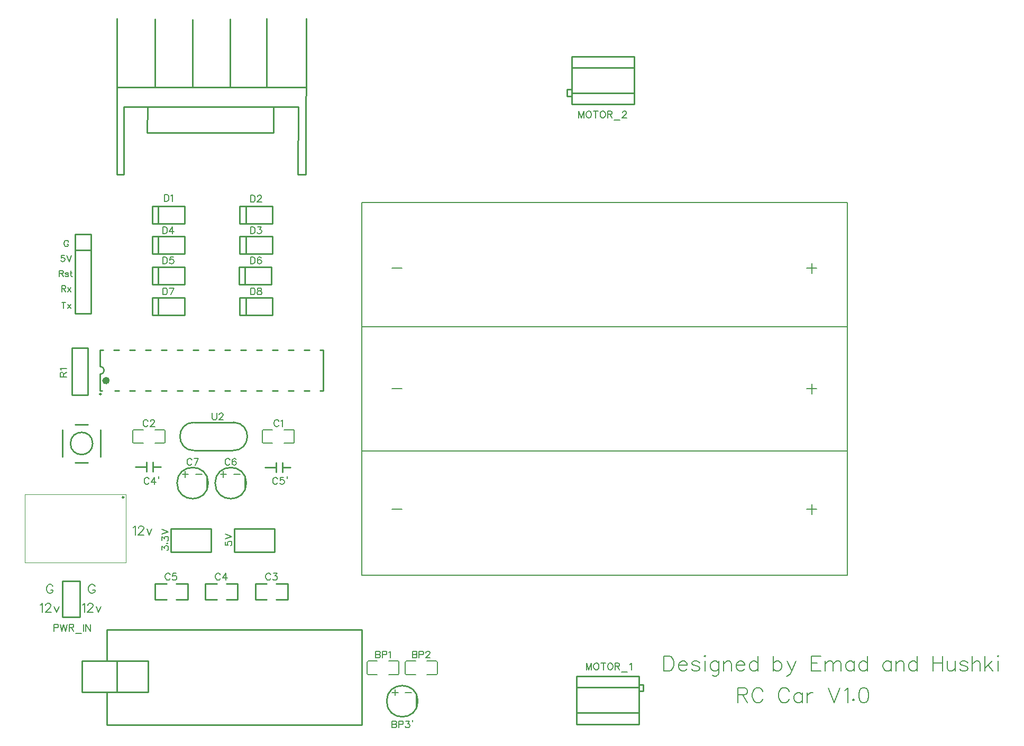
<source format=gto>
G04 Layer: TopSilkscreenLayer*
G04 EasyEDA v6.5.23, 2023-06-02 23:10:04*
G04 4089ee163aa04224b388df8e3d9972f5,38d8b063065d407b859bfb9f5f9b4720,10*
G04 Gerber Generator version 0.2*
G04 Scale: 100 percent, Rotated: No, Reflected: No *
G04 Dimensions in millimeters *
G04 leading zeros omitted , absolute positions ,4 integer and 5 decimal *
%FSLAX45Y45*%
%MOMM*%

%ADD10C,0.1524*%
%ADD11C,0.2032*%
%ADD12C,0.1500*%
%ADD13C,0.1270*%
%ADD14C,0.2540*%
%ADD15C,0.1000*%
%ADD16C,0.6000*%
%ADD17C,0.2500*%
%ADD18C,0.0193*%

%LPD*%
D10*
X-3130562Y-6223769D02*
G01*
X-3130562Y-6319273D01*
X-3162312Y-6223769D02*
G01*
X-3098558Y-6223769D01*
X-3068586Y-6255519D02*
G01*
X-3018802Y-6319273D01*
X-3018802Y-6255519D02*
G01*
X-3068586Y-6319273D01*
X-3162312Y-5957069D02*
G01*
X-3162312Y-6052573D01*
X-3162312Y-5957069D02*
G01*
X-3121418Y-5957069D01*
X-3107702Y-5961641D01*
X-3103130Y-5966213D01*
X-3098558Y-5975103D01*
X-3098558Y-5984247D01*
X-3103130Y-5993391D01*
X-3107702Y-5997963D01*
X-3121418Y-6002535D01*
X-3162312Y-6002535D01*
X-3130562Y-6002535D02*
G01*
X-3098558Y-6052573D01*
X-3068586Y-5988819D02*
G01*
X-3018802Y-6052573D01*
X-3018802Y-5988819D02*
G01*
X-3068586Y-6052573D01*
X-3200412Y-5715769D02*
G01*
X-3200412Y-5811273D01*
X-3200412Y-5715769D02*
G01*
X-3159518Y-5715769D01*
X-3145802Y-5720341D01*
X-3141230Y-5724913D01*
X-3136658Y-5733803D01*
X-3136658Y-5742947D01*
X-3141230Y-5752091D01*
X-3145802Y-5756663D01*
X-3159518Y-5761235D01*
X-3200412Y-5761235D01*
X-3168662Y-5761235D02*
G01*
X-3136658Y-5811273D01*
X-3056902Y-5761235D02*
G01*
X-3061220Y-5752091D01*
X-3074936Y-5747519D01*
X-3088652Y-5747519D01*
X-3102114Y-5752091D01*
X-3106686Y-5761235D01*
X-3102114Y-5770125D01*
X-3093224Y-5774697D01*
X-3070364Y-5779269D01*
X-3061220Y-5783841D01*
X-3056902Y-5792985D01*
X-3056902Y-5797557D01*
X-3061220Y-5806701D01*
X-3074936Y-5811273D01*
X-3088652Y-5811273D01*
X-3102114Y-5806701D01*
X-3106686Y-5797557D01*
X-3013214Y-5715769D02*
G01*
X-3013214Y-5792985D01*
X-3008642Y-5806701D01*
X-2999498Y-5811273D01*
X-2990354Y-5811273D01*
X-3026676Y-5747519D02*
G01*
X-2994926Y-5747519D01*
X-3120402Y-5474469D02*
G01*
X-3165868Y-5474469D01*
X-3170440Y-5515363D01*
X-3165868Y-5510791D01*
X-3152406Y-5506219D01*
X-3138690Y-5506219D01*
X-3124974Y-5510791D01*
X-3115830Y-5519935D01*
X-3111258Y-5533397D01*
X-3111258Y-5542541D01*
X-3115830Y-5556257D01*
X-3124974Y-5565401D01*
X-3138690Y-5569973D01*
X-3152406Y-5569973D01*
X-3165868Y-5565401D01*
X-3170440Y-5560829D01*
X-3175012Y-5551685D01*
X-3081286Y-5474469D02*
G01*
X-3044964Y-5569973D01*
X-3008642Y-5474469D02*
G01*
X-3044964Y-5569973D01*
X-3056140Y-5255775D02*
G01*
X-3060458Y-5246631D01*
X-3069602Y-5237741D01*
X-3078746Y-5233169D01*
X-3097034Y-5233169D01*
X-3105924Y-5237741D01*
X-3115068Y-5246631D01*
X-3119640Y-5255775D01*
X-3124212Y-5269491D01*
X-3124212Y-5292097D01*
X-3119640Y-5305813D01*
X-3115068Y-5314957D01*
X-3105924Y-5324101D01*
X-3097034Y-5328673D01*
X-3078746Y-5328673D01*
X-3069602Y-5324101D01*
X-3060458Y-5314957D01*
X-3056140Y-5305813D01*
X-3056140Y-5292097D01*
X-3078746Y-5292097D02*
G01*
X-3056140Y-5292097D01*
X-2630286Y-10773031D02*
G01*
X-2637144Y-10759315D01*
X-2650860Y-10745599D01*
X-2664576Y-10738995D01*
X-2691754Y-10738995D01*
X-2705470Y-10745599D01*
X-2718932Y-10759315D01*
X-2725790Y-10773031D01*
X-2732648Y-10793351D01*
X-2732648Y-10827641D01*
X-2725790Y-10847961D01*
X-2718932Y-10861677D01*
X-2705470Y-10875139D01*
X-2691754Y-10881997D01*
X-2664576Y-10881997D01*
X-2650860Y-10875139D01*
X-2637144Y-10861677D01*
X-2630286Y-10847961D01*
X-2630286Y-10827641D01*
X-2664576Y-10827641D02*
G01*
X-2630286Y-10827641D01*
X-2832089Y-11070973D02*
G01*
X-2818373Y-11064115D01*
X-2798053Y-11043795D01*
X-2798053Y-11186797D01*
X-2746237Y-11077831D02*
G01*
X-2746237Y-11070973D01*
X-2739379Y-11057257D01*
X-2732521Y-11050399D01*
X-2718805Y-11043795D01*
X-2691627Y-11043795D01*
X-2677911Y-11050399D01*
X-2671307Y-11057257D01*
X-2664449Y-11070973D01*
X-2664449Y-11084689D01*
X-2671307Y-11098151D01*
X-2684769Y-11118725D01*
X-2753095Y-11186797D01*
X-2657591Y-11186797D01*
X-2612633Y-11091293D02*
G01*
X-2571739Y-11186797D01*
X-2530845Y-11091293D02*
G01*
X-2571739Y-11186797D01*
X-2019289Y-9832723D02*
G01*
X-2005573Y-9825865D01*
X-1985253Y-9805545D01*
X-1985253Y-9948547D01*
X-1933437Y-9839581D02*
G01*
X-1933437Y-9832723D01*
X-1926579Y-9819007D01*
X-1919721Y-9812149D01*
X-1906005Y-9805545D01*
X-1878827Y-9805545D01*
X-1865111Y-9812149D01*
X-1858507Y-9819007D01*
X-1851649Y-9832723D01*
X-1851649Y-9846439D01*
X-1858507Y-9859901D01*
X-1871969Y-9880475D01*
X-1940295Y-9948547D01*
X-1844791Y-9948547D01*
X-1799833Y-9853043D02*
G01*
X-1758939Y-9948547D01*
X-1718045Y-9853043D02*
G01*
X-1758939Y-9948547D01*
D11*
X7658100Y-12396851D02*
G01*
X7658100Y-12635611D01*
X7658100Y-12396851D02*
G01*
X7760462Y-12396851D01*
X7794497Y-12408280D01*
X7805928Y-12419711D01*
X7817104Y-12442317D01*
X7817104Y-12465177D01*
X7805928Y-12487783D01*
X7794497Y-12499213D01*
X7760462Y-12510643D01*
X7658100Y-12510643D01*
X7737602Y-12510643D02*
G01*
X7817104Y-12635611D01*
X8062722Y-12453747D02*
G01*
X8051292Y-12431140D01*
X8028431Y-12408280D01*
X8005826Y-12396851D01*
X7960360Y-12396851D01*
X7937754Y-12408280D01*
X7914894Y-12431140D01*
X7903463Y-12453747D01*
X7892288Y-12487783D01*
X7892288Y-12544679D01*
X7903463Y-12578714D01*
X7914894Y-12601575D01*
X7937754Y-12624180D01*
X7960360Y-12635611D01*
X8005826Y-12635611D01*
X8028431Y-12624180D01*
X8051292Y-12601575D01*
X8062722Y-12578714D01*
X8483092Y-12453747D02*
G01*
X8471662Y-12431140D01*
X8449056Y-12408280D01*
X8426195Y-12396851D01*
X8380729Y-12396851D01*
X8358124Y-12408280D01*
X8335263Y-12431140D01*
X8324088Y-12453747D01*
X8312658Y-12487783D01*
X8312658Y-12544679D01*
X8324088Y-12578714D01*
X8335263Y-12601575D01*
X8358124Y-12624180D01*
X8380729Y-12635611D01*
X8426195Y-12635611D01*
X8449056Y-12624180D01*
X8471662Y-12601575D01*
X8483092Y-12578714D01*
X8694420Y-12476353D02*
G01*
X8694420Y-12635611D01*
X8694420Y-12510643D02*
G01*
X8671813Y-12487783D01*
X8648954Y-12476353D01*
X8614918Y-12476353D01*
X8592058Y-12487783D01*
X8569452Y-12510643D01*
X8558022Y-12544679D01*
X8558022Y-12567285D01*
X8569452Y-12601575D01*
X8592058Y-12624180D01*
X8614918Y-12635611D01*
X8648954Y-12635611D01*
X8671813Y-12624180D01*
X8694420Y-12601575D01*
X8769350Y-12476353D02*
G01*
X8769350Y-12635611D01*
X8769350Y-12544679D02*
G01*
X8780779Y-12510643D01*
X8803640Y-12487783D01*
X8826245Y-12476353D01*
X8860281Y-12476353D01*
X9110472Y-12396851D02*
G01*
X9201150Y-12635611D01*
X9292081Y-12396851D02*
G01*
X9201150Y-12635611D01*
X9367265Y-12442317D02*
G01*
X9389872Y-12431140D01*
X9423908Y-12396851D01*
X9423908Y-12635611D01*
X9510268Y-12578714D02*
G01*
X9499092Y-12590145D01*
X9510268Y-12601575D01*
X9521697Y-12590145D01*
X9510268Y-12578714D01*
X9664954Y-12396851D02*
G01*
X9630918Y-12408280D01*
X9608058Y-12442317D01*
X9596628Y-12499213D01*
X9596628Y-12533249D01*
X9608058Y-12590145D01*
X9630918Y-12624180D01*
X9664954Y-12635611D01*
X9687560Y-12635611D01*
X9721850Y-12624180D01*
X9744456Y-12590145D01*
X9755886Y-12533249D01*
X9755886Y-12499213D01*
X9744456Y-12442317D01*
X9721850Y-12408280D01*
X9687560Y-12396851D01*
X9664954Y-12396851D01*
X6477000Y-11888851D02*
G01*
X6477000Y-12127611D01*
X6477000Y-11888851D02*
G01*
X6556502Y-11888851D01*
X6590538Y-11900280D01*
X6613397Y-11923140D01*
X6624828Y-11945747D01*
X6636004Y-11979783D01*
X6636004Y-12036679D01*
X6624828Y-12070714D01*
X6613397Y-12093575D01*
X6590538Y-12116180D01*
X6556502Y-12127611D01*
X6477000Y-12127611D01*
X6711188Y-12036679D02*
G01*
X6847331Y-12036679D01*
X6847331Y-12013819D01*
X6836156Y-11991213D01*
X6824726Y-11979783D01*
X6801865Y-11968353D01*
X6767829Y-11968353D01*
X6745224Y-11979783D01*
X6722363Y-12002643D01*
X6711188Y-12036679D01*
X6711188Y-12059285D01*
X6722363Y-12093575D01*
X6745224Y-12116180D01*
X6767829Y-12127611D01*
X6801865Y-12127611D01*
X6824726Y-12116180D01*
X6847331Y-12093575D01*
X7047484Y-12002643D02*
G01*
X7036054Y-11979783D01*
X7002018Y-11968353D01*
X6967981Y-11968353D01*
X6933692Y-11979783D01*
X6922515Y-12002643D01*
X6933692Y-12025249D01*
X6956552Y-12036679D01*
X7013447Y-12048109D01*
X7036054Y-12059285D01*
X7047484Y-12082145D01*
X7047484Y-12093575D01*
X7036054Y-12116180D01*
X7002018Y-12127611D01*
X6967981Y-12127611D01*
X6933692Y-12116180D01*
X6922515Y-12093575D01*
X7122413Y-11888851D02*
G01*
X7133844Y-11900280D01*
X7145274Y-11888851D01*
X7133844Y-11877675D01*
X7122413Y-11888851D01*
X7133844Y-11968353D02*
G01*
X7133844Y-12127611D01*
X7356602Y-11968353D02*
G01*
X7356602Y-12150217D01*
X7345172Y-12184253D01*
X7333742Y-12195683D01*
X7311136Y-12207113D01*
X7277100Y-12207113D01*
X7254240Y-12195683D01*
X7356602Y-12002643D02*
G01*
X7333742Y-11979783D01*
X7311136Y-11968353D01*
X7277100Y-11968353D01*
X7254240Y-11979783D01*
X7231634Y-12002643D01*
X7220204Y-12036679D01*
X7220204Y-12059285D01*
X7231634Y-12093575D01*
X7254240Y-12116180D01*
X7277100Y-12127611D01*
X7311136Y-12127611D01*
X7333742Y-12116180D01*
X7356602Y-12093575D01*
X7431531Y-11968353D02*
G01*
X7431531Y-12127611D01*
X7431531Y-12013819D02*
G01*
X7465568Y-11979783D01*
X7488428Y-11968353D01*
X7522463Y-11968353D01*
X7545070Y-11979783D01*
X7556500Y-12013819D01*
X7556500Y-12127611D01*
X7631429Y-12036679D02*
G01*
X7767828Y-12036679D01*
X7767828Y-12013819D01*
X7756652Y-11991213D01*
X7745222Y-11979783D01*
X7722362Y-11968353D01*
X7688326Y-11968353D01*
X7665720Y-11979783D01*
X7642860Y-12002643D01*
X7631429Y-12036679D01*
X7631429Y-12059285D01*
X7642860Y-12093575D01*
X7665720Y-12116180D01*
X7688326Y-12127611D01*
X7722362Y-12127611D01*
X7745222Y-12116180D01*
X7767828Y-12093575D01*
X7979156Y-11888851D02*
G01*
X7979156Y-12127611D01*
X7979156Y-12002643D02*
G01*
X7956550Y-11979783D01*
X7933690Y-11968353D01*
X7899654Y-11968353D01*
X7877047Y-11979783D01*
X7854188Y-12002643D01*
X7843012Y-12036679D01*
X7843012Y-12059285D01*
X7854188Y-12093575D01*
X7877047Y-12116180D01*
X7899654Y-12127611D01*
X7933690Y-12127611D01*
X7956550Y-12116180D01*
X7979156Y-12093575D01*
X8229345Y-11888851D02*
G01*
X8229345Y-12127611D01*
X8229345Y-12002643D02*
G01*
X8251952Y-11979783D01*
X8274812Y-11968353D01*
X8308847Y-11968353D01*
X8331454Y-11979783D01*
X8354313Y-12002643D01*
X8365744Y-12036679D01*
X8365744Y-12059285D01*
X8354313Y-12093575D01*
X8331454Y-12116180D01*
X8308847Y-12127611D01*
X8274812Y-12127611D01*
X8251952Y-12116180D01*
X8229345Y-12093575D01*
X8452104Y-11968353D02*
G01*
X8520176Y-12127611D01*
X8588247Y-11968353D02*
G01*
X8520176Y-12127611D01*
X8497570Y-12173077D01*
X8474710Y-12195683D01*
X8452104Y-12207113D01*
X8440674Y-12207113D01*
X8838438Y-11888851D02*
G01*
X8838438Y-12127611D01*
X8838438Y-11888851D02*
G01*
X8986012Y-11888851D01*
X8838438Y-12002643D02*
G01*
X8929370Y-12002643D01*
X8838438Y-12127611D02*
G01*
X8986012Y-12127611D01*
X9061195Y-11968353D02*
G01*
X9061195Y-12127611D01*
X9061195Y-12013819D02*
G01*
X9095231Y-11979783D01*
X9117838Y-11968353D01*
X9151874Y-11968353D01*
X9174734Y-11979783D01*
X9186163Y-12013819D01*
X9186163Y-12127611D01*
X9186163Y-12013819D02*
G01*
X9220200Y-11979783D01*
X9242806Y-11968353D01*
X9277095Y-11968353D01*
X9299702Y-11979783D01*
X9311131Y-12013819D01*
X9311131Y-12127611D01*
X9522460Y-11968353D02*
G01*
X9522460Y-12127611D01*
X9522460Y-12002643D02*
G01*
X9499600Y-11979783D01*
X9476994Y-11968353D01*
X9442958Y-11968353D01*
X9420097Y-11979783D01*
X9397492Y-12002643D01*
X9386062Y-12036679D01*
X9386062Y-12059285D01*
X9397492Y-12093575D01*
X9420097Y-12116180D01*
X9442958Y-12127611D01*
X9476994Y-12127611D01*
X9499600Y-12116180D01*
X9522460Y-12093575D01*
X9733788Y-11888851D02*
G01*
X9733788Y-12127611D01*
X9733788Y-12002643D02*
G01*
X9711181Y-11979783D01*
X9688322Y-11968353D01*
X9654286Y-11968353D01*
X9631426Y-11979783D01*
X9608820Y-12002643D01*
X9597390Y-12036679D01*
X9597390Y-12059285D01*
X9608820Y-12093575D01*
X9631426Y-12116180D01*
X9654286Y-12127611D01*
X9688322Y-12127611D01*
X9711181Y-12116180D01*
X9733788Y-12093575D01*
X10120122Y-11968353D02*
G01*
X10120122Y-12127611D01*
X10120122Y-12002643D02*
G01*
X10097515Y-11979783D01*
X10074656Y-11968353D01*
X10040620Y-11968353D01*
X10018013Y-11979783D01*
X9995154Y-12002643D01*
X9983724Y-12036679D01*
X9983724Y-12059285D01*
X9995154Y-12093575D01*
X10018013Y-12116180D01*
X10040620Y-12127611D01*
X10074656Y-12127611D01*
X10097515Y-12116180D01*
X10120122Y-12093575D01*
X10195052Y-11968353D02*
G01*
X10195052Y-12127611D01*
X10195052Y-12013819D02*
G01*
X10229342Y-11979783D01*
X10251947Y-11968353D01*
X10285984Y-11968353D01*
X10308844Y-11979783D01*
X10320274Y-12013819D01*
X10320274Y-12127611D01*
X10531602Y-11888851D02*
G01*
X10531602Y-12127611D01*
X10531602Y-12002643D02*
G01*
X10508742Y-11979783D01*
X10486136Y-11968353D01*
X10452100Y-11968353D01*
X10429240Y-11979783D01*
X10406634Y-12002643D01*
X10395204Y-12036679D01*
X10395204Y-12059285D01*
X10406634Y-12093575D01*
X10429240Y-12116180D01*
X10452100Y-12127611D01*
X10486136Y-12127611D01*
X10508742Y-12116180D01*
X10531602Y-12093575D01*
X10781538Y-11888851D02*
G01*
X10781538Y-12127611D01*
X10940542Y-11888851D02*
G01*
X10940542Y-12127611D01*
X10781538Y-12002643D02*
G01*
X10940542Y-12002643D01*
X11015726Y-11968353D02*
G01*
X11015726Y-12082145D01*
X11026902Y-12116180D01*
X11049762Y-12127611D01*
X11083797Y-12127611D01*
X11106658Y-12116180D01*
X11140694Y-12082145D01*
X11140694Y-11968353D02*
G01*
X11140694Y-12127611D01*
X11340592Y-12002643D02*
G01*
X11329162Y-11979783D01*
X11295126Y-11968353D01*
X11261090Y-11968353D01*
X11227054Y-11979783D01*
X11215624Y-12002643D01*
X11227054Y-12025249D01*
X11249660Y-12036679D01*
X11306556Y-12048109D01*
X11329162Y-12059285D01*
X11340592Y-12082145D01*
X11340592Y-12093575D01*
X11329162Y-12116180D01*
X11295126Y-12127611D01*
X11261090Y-12127611D01*
X11227054Y-12116180D01*
X11215624Y-12093575D01*
X11415522Y-11888851D02*
G01*
X11415522Y-12127611D01*
X11415522Y-12013819D02*
G01*
X11449812Y-11979783D01*
X11472418Y-11968353D01*
X11506454Y-11968353D01*
X11529313Y-11979783D01*
X11540744Y-12013819D01*
X11540744Y-12127611D01*
X11615674Y-11888851D02*
G01*
X11615674Y-12127611D01*
X11729212Y-11968353D02*
G01*
X11615674Y-12082145D01*
X11661140Y-12036679D02*
G01*
X11740642Y-12127611D01*
X11815572Y-11888851D02*
G01*
X11827002Y-11900280D01*
X11838431Y-11888851D01*
X11827002Y-11877675D01*
X11815572Y-11888851D01*
X11827002Y-11968353D02*
G01*
X11827002Y-12127611D01*
D10*
X-3505189Y-11070973D02*
G01*
X-3491473Y-11064115D01*
X-3471153Y-11043795D01*
X-3471153Y-11186797D01*
X-3419337Y-11077831D02*
G01*
X-3419337Y-11070973D01*
X-3412479Y-11057257D01*
X-3405621Y-11050399D01*
X-3391905Y-11043795D01*
X-3364727Y-11043795D01*
X-3351011Y-11050399D01*
X-3344407Y-11057257D01*
X-3337549Y-11070973D01*
X-3337549Y-11084689D01*
X-3344407Y-11098151D01*
X-3357869Y-11118725D01*
X-3426195Y-11186797D01*
X-3330691Y-11186797D01*
X-3285733Y-11091293D02*
G01*
X-3244839Y-11186797D01*
X-3203945Y-11091293D02*
G01*
X-3244839Y-11186797D01*
X-3303386Y-10773031D02*
G01*
X-3310244Y-10759315D01*
X-3323960Y-10745599D01*
X-3337676Y-10738995D01*
X-3364854Y-10738995D01*
X-3378570Y-10745599D01*
X-3392032Y-10759315D01*
X-3398890Y-10773031D01*
X-3405748Y-10793351D01*
X-3405748Y-10827641D01*
X-3398890Y-10847961D01*
X-3392032Y-10861677D01*
X-3378570Y-10875139D01*
X-3364854Y-10881997D01*
X-3337676Y-10881997D01*
X-3323960Y-10875139D01*
X-3310244Y-10861677D01*
X-3303386Y-10847961D01*
X-3303386Y-10827641D01*
X-3337676Y-10827641D02*
G01*
X-3303386Y-10827641D01*
D12*
X8842756Y-9619081D02*
G01*
X8842756Y-9455505D01*
X8924544Y-9537293D02*
G01*
X8760968Y-9537293D01*
X8842756Y-7689088D02*
G01*
X8842756Y-7525512D01*
X8924544Y-7607300D02*
G01*
X8760968Y-7607300D01*
X8842756Y-5759094D02*
G01*
X8842756Y-5595518D01*
X8924544Y-5677306D02*
G01*
X8760968Y-5677306D01*
X2124557Y-9537344D02*
G01*
X2288133Y-9537344D01*
X2124557Y-7607350D02*
G01*
X2288133Y-7607350D01*
X2124557Y-5677357D02*
G01*
X2288133Y-5677357D01*
D10*
X-469137Y-8750046D02*
G01*
X-474217Y-8739631D01*
X-484631Y-8729218D01*
X-495045Y-8723884D01*
X-515873Y-8723884D01*
X-526287Y-8729218D01*
X-536701Y-8739631D01*
X-541781Y-8750046D01*
X-547115Y-8765539D01*
X-547115Y-8791447D01*
X-541781Y-8807196D01*
X-536701Y-8817610D01*
X-526287Y-8828024D01*
X-515873Y-8833104D01*
X-495045Y-8833104D01*
X-484631Y-8828024D01*
X-474217Y-8817610D01*
X-469137Y-8807196D01*
X-372363Y-8739631D02*
G01*
X-377697Y-8729218D01*
X-393191Y-8723884D01*
X-403605Y-8723884D01*
X-419353Y-8729218D01*
X-429513Y-8744712D01*
X-434847Y-8770874D01*
X-434847Y-8796781D01*
X-429513Y-8817610D01*
X-419353Y-8828024D01*
X-403605Y-8833104D01*
X-398525Y-8833104D01*
X-382777Y-8828024D01*
X-372363Y-8817610D01*
X-367283Y-8801862D01*
X-367283Y-8796781D01*
X-372363Y-8781034D01*
X-382777Y-8770874D01*
X-398525Y-8765539D01*
X-403605Y-8765539D01*
X-419353Y-8770874D01*
X-429513Y-8781034D01*
X-434847Y-8796781D01*
D11*
X-573277Y-8928097D02*
G01*
X-573277Y-9026141D01*
X-622300Y-8977119D02*
G01*
X-524001Y-8977119D01*
X-406400Y-8977122D02*
G01*
X-308101Y-8977122D01*
D10*
X-1078737Y-8750046D02*
G01*
X-1084071Y-8739631D01*
X-1094485Y-8729218D01*
X-1104900Y-8723884D01*
X-1125473Y-8723884D01*
X-1135887Y-8729218D01*
X-1146301Y-8739631D01*
X-1151635Y-8750046D01*
X-1156715Y-8765539D01*
X-1156715Y-8791447D01*
X-1151635Y-8807196D01*
X-1146301Y-8817610D01*
X-1135887Y-8828024D01*
X-1125473Y-8833104D01*
X-1104900Y-8833104D01*
X-1094485Y-8828024D01*
X-1084071Y-8817610D01*
X-1078737Y-8807196D01*
X-971803Y-8723884D02*
G01*
X-1023619Y-8833104D01*
X-1044447Y-8723884D02*
G01*
X-971803Y-8723884D01*
D11*
X-1182877Y-8928097D02*
G01*
X-1182877Y-9026141D01*
X-1231900Y-8977119D02*
G01*
X-1133601Y-8977119D01*
X-1016000Y-8977122D02*
G01*
X-917701Y-8977122D01*
D10*
X-3289289Y-11378059D02*
G01*
X-3289289Y-11487279D01*
X-3289289Y-11378059D02*
G01*
X-3242553Y-11378059D01*
X-3227059Y-11383393D01*
X-3221725Y-11388473D01*
X-3216645Y-11398887D01*
X-3216645Y-11414635D01*
X-3221725Y-11424795D01*
X-3227059Y-11430129D01*
X-3242553Y-11435209D01*
X-3289289Y-11435209D01*
X-3182355Y-11378059D02*
G01*
X-3156193Y-11487279D01*
X-3130285Y-11378059D02*
G01*
X-3156193Y-11487279D01*
X-3130285Y-11378059D02*
G01*
X-3104377Y-11487279D01*
X-3078469Y-11378059D02*
G01*
X-3104377Y-11487279D01*
X-3044179Y-11378059D02*
G01*
X-3044179Y-11487279D01*
X-3044179Y-11378059D02*
G01*
X-2997189Y-11378059D01*
X-2981695Y-11383393D01*
X-2976615Y-11388473D01*
X-2971281Y-11398887D01*
X-2971281Y-11409301D01*
X-2976615Y-11419715D01*
X-2981695Y-11424795D01*
X-2997189Y-11430129D01*
X-3044179Y-11430129D01*
X-3007603Y-11430129D02*
G01*
X-2971281Y-11487279D01*
X-2936991Y-11523601D02*
G01*
X-2843519Y-11523601D01*
X-2809229Y-11378059D02*
G01*
X-2809229Y-11487279D01*
X-2774939Y-11378059D02*
G01*
X-2774939Y-11487279D01*
X-2774939Y-11378059D02*
G01*
X-2702295Y-11487279D01*
X-2702295Y-11378059D02*
G01*
X-2702295Y-11487279D01*
X2449921Y-11809981D02*
G01*
X2449921Y-11918947D01*
X2449921Y-11809981D02*
G01*
X2496657Y-11809981D01*
X2512151Y-11815061D01*
X2517485Y-11820395D01*
X2522565Y-11830809D01*
X2522565Y-11841223D01*
X2517485Y-11851637D01*
X2512151Y-11856717D01*
X2496657Y-11861797D01*
X2449921Y-11861797D02*
G01*
X2496657Y-11861797D01*
X2512151Y-11867131D01*
X2517485Y-11872211D01*
X2522565Y-11882625D01*
X2522565Y-11898373D01*
X2517485Y-11908787D01*
X2512151Y-11913867D01*
X2496657Y-11918947D01*
X2449921Y-11918947D01*
X2556855Y-11809981D02*
G01*
X2556855Y-11918947D01*
X2556855Y-11809981D02*
G01*
X2603591Y-11809981D01*
X2619339Y-11815061D01*
X2624419Y-11820395D01*
X2629753Y-11830809D01*
X2629753Y-11846303D01*
X2624419Y-11856717D01*
X2619339Y-11861797D01*
X2603591Y-11867131D01*
X2556855Y-11867131D01*
X2669123Y-11835889D02*
G01*
X2669123Y-11830809D01*
X2674457Y-11820395D01*
X2679537Y-11815061D01*
X2689951Y-11809981D01*
X2710779Y-11809981D01*
X2721193Y-11815061D01*
X2726273Y-11820395D01*
X2731607Y-11830809D01*
X2731607Y-11841223D01*
X2726273Y-11851637D01*
X2715859Y-11867131D01*
X2664043Y-11918947D01*
X2736687Y-11918947D01*
X2122792Y-12927581D02*
G01*
X2122792Y-13036547D01*
X2122792Y-12927581D02*
G01*
X2169528Y-12927581D01*
X2185022Y-12932661D01*
X2190356Y-12937995D01*
X2195436Y-12948409D01*
X2195436Y-12958823D01*
X2190356Y-12969237D01*
X2185022Y-12974317D01*
X2169528Y-12979397D01*
X2122792Y-12979397D02*
G01*
X2169528Y-12979397D01*
X2185022Y-12984731D01*
X2190356Y-12989811D01*
X2195436Y-13000225D01*
X2195436Y-13015973D01*
X2190356Y-13026387D01*
X2185022Y-13031467D01*
X2169528Y-13036547D01*
X2122792Y-13036547D01*
X2229726Y-12927581D02*
G01*
X2229726Y-13036547D01*
X2229726Y-12927581D02*
G01*
X2276462Y-12927581D01*
X2292210Y-12932661D01*
X2297290Y-12937995D01*
X2302624Y-12948409D01*
X2302624Y-12963903D01*
X2297290Y-12974317D01*
X2292210Y-12979397D01*
X2276462Y-12984731D01*
X2229726Y-12984731D01*
X2347328Y-12927581D02*
G01*
X2404478Y-12927581D01*
X2373236Y-12969237D01*
X2388730Y-12969237D01*
X2399144Y-12974317D01*
X2404478Y-12979397D01*
X2409558Y-12995145D01*
X2409558Y-13005559D01*
X2404478Y-13021053D01*
X2394064Y-13031467D01*
X2378316Y-13036547D01*
X2362822Y-13036547D01*
X2347328Y-13031467D01*
X2341994Y-13026387D01*
X2336914Y-13015973D01*
X2454262Y-12912087D02*
G01*
X2454262Y-12943075D01*
D11*
X2172423Y-12420594D02*
G01*
X2172423Y-12518638D01*
X2123401Y-12469616D02*
G01*
X2221699Y-12469616D01*
X2339301Y-12469619D02*
G01*
X2437599Y-12469619D01*
D10*
X-1563115Y-10186029D02*
G01*
X-1563115Y-10128879D01*
X-1521459Y-10160121D01*
X-1521459Y-10144373D01*
X-1516379Y-10134213D01*
X-1511300Y-10128879D01*
X-1495551Y-10123799D01*
X-1485137Y-10123799D01*
X-1469643Y-10128879D01*
X-1459229Y-10139293D01*
X-1454150Y-10154787D01*
X-1454150Y-10170535D01*
X-1459229Y-10186029D01*
X-1464309Y-10191363D01*
X-1474723Y-10196443D01*
X-1480057Y-10084175D02*
G01*
X-1474723Y-10089509D01*
X-1469643Y-10084175D01*
X-1474723Y-10079095D01*
X-1480057Y-10084175D01*
X-1563115Y-10034391D02*
G01*
X-1563115Y-9977241D01*
X-1521459Y-10008483D01*
X-1521459Y-9992735D01*
X-1516379Y-9982321D01*
X-1511300Y-9977241D01*
X-1495551Y-9971907D01*
X-1485137Y-9971907D01*
X-1469643Y-9977241D01*
X-1459229Y-9987655D01*
X-1454150Y-10003149D01*
X-1454150Y-10018643D01*
X-1459229Y-10034391D01*
X-1464309Y-10039471D01*
X-1474723Y-10044805D01*
X-1563115Y-9937617D02*
G01*
X-1454150Y-9896215D01*
X-1563115Y-9854559D02*
G01*
X-1454150Y-9896215D01*
X-547115Y-10058397D02*
G01*
X-547115Y-10110213D01*
X-500379Y-10115547D01*
X-505459Y-10110213D01*
X-510793Y-10094719D01*
X-510793Y-10078971D01*
X-505459Y-10063477D01*
X-495300Y-10053063D01*
X-479551Y-10047983D01*
X-469137Y-10047983D01*
X-453643Y-10053063D01*
X-443229Y-10063477D01*
X-438150Y-10078971D01*
X-438150Y-10094719D01*
X-443229Y-10110213D01*
X-448309Y-10115547D01*
X-458723Y-10120627D01*
X-547115Y-10013693D02*
G01*
X-438150Y-9972037D01*
X-547115Y-9930381D02*
G01*
X-438150Y-9972037D01*
X1861187Y-11809984D02*
G01*
X1861187Y-11918950D01*
X1861187Y-11809984D02*
G01*
X1907923Y-11809984D01*
X1923417Y-11815063D01*
X1928751Y-11820397D01*
X1933831Y-11830812D01*
X1933831Y-11841226D01*
X1928751Y-11851639D01*
X1923417Y-11856720D01*
X1907923Y-11861800D01*
X1861187Y-11861800D02*
G01*
X1907923Y-11861800D01*
X1923417Y-11867134D01*
X1928751Y-11872213D01*
X1933831Y-11882628D01*
X1933831Y-11898376D01*
X1928751Y-11908789D01*
X1923417Y-11913870D01*
X1907923Y-11918950D01*
X1861187Y-11918950D01*
X1968121Y-11809984D02*
G01*
X1968121Y-11918950D01*
X1968121Y-11809984D02*
G01*
X2014857Y-11809984D01*
X2030605Y-11815063D01*
X2035685Y-11820397D01*
X2041019Y-11830812D01*
X2041019Y-11846305D01*
X2035685Y-11856720D01*
X2030605Y-11861800D01*
X2014857Y-11867134D01*
X1968121Y-11867134D01*
X2075309Y-11830812D02*
G01*
X2085723Y-11825478D01*
X2101217Y-11809984D01*
X2101217Y-11918950D01*
X313690Y-8129513D02*
G01*
X308356Y-8119099D01*
X297942Y-8108685D01*
X287782Y-8103605D01*
X266954Y-8103605D01*
X256540Y-8108685D01*
X246126Y-8119099D01*
X240792Y-8129513D01*
X235712Y-8145261D01*
X235712Y-8171169D01*
X240792Y-8186663D01*
X246126Y-8197077D01*
X256540Y-8207491D01*
X266954Y-8212571D01*
X287782Y-8212571D01*
X297942Y-8207491D01*
X308356Y-8197077D01*
X313690Y-8186663D01*
X347980Y-8124433D02*
G01*
X358394Y-8119099D01*
X373888Y-8103605D01*
X373888Y-8212571D01*
X-1779780Y-8129513D02*
G01*
X-1785114Y-8119099D01*
X-1795528Y-8108685D01*
X-1805688Y-8103605D01*
X-1826516Y-8103605D01*
X-1836930Y-8108685D01*
X-1847344Y-8119099D01*
X-1852678Y-8129513D01*
X-1857758Y-8145261D01*
X-1857758Y-8171169D01*
X-1852678Y-8186663D01*
X-1847344Y-8197077D01*
X-1836930Y-8207491D01*
X-1826516Y-8212571D01*
X-1805688Y-8212571D01*
X-1795528Y-8207491D01*
X-1785114Y-8197077D01*
X-1779780Y-8186663D01*
X-1740410Y-8129513D02*
G01*
X-1740410Y-8124433D01*
X-1735076Y-8114019D01*
X-1729996Y-8108685D01*
X-1719582Y-8103605D01*
X-1698754Y-8103605D01*
X-1688340Y-8108685D01*
X-1683260Y-8114019D01*
X-1677926Y-8124433D01*
X-1677926Y-8134847D01*
X-1683260Y-8145261D01*
X-1693674Y-8160755D01*
X-1745490Y-8212571D01*
X-1672846Y-8212571D01*
X181825Y-10588099D02*
G01*
X176491Y-10577685D01*
X166077Y-10567271D01*
X155917Y-10562191D01*
X135089Y-10562191D01*
X124675Y-10567271D01*
X114261Y-10577685D01*
X108927Y-10588099D01*
X103847Y-10603847D01*
X103847Y-10629755D01*
X108927Y-10645249D01*
X114261Y-10655663D01*
X124675Y-10666077D01*
X135089Y-10671157D01*
X155917Y-10671157D01*
X166077Y-10666077D01*
X176491Y-10655663D01*
X181825Y-10645249D01*
X226529Y-10562191D02*
G01*
X283679Y-10562191D01*
X252437Y-10603847D01*
X267931Y-10603847D01*
X278345Y-10608927D01*
X283679Y-10614007D01*
X288759Y-10629755D01*
X288759Y-10640169D01*
X283679Y-10655663D01*
X273265Y-10666077D01*
X257517Y-10671157D01*
X242023Y-10671157D01*
X226529Y-10666077D01*
X221195Y-10660997D01*
X216115Y-10650583D01*
X-624093Y-10588099D02*
G01*
X-629427Y-10577685D01*
X-639841Y-10567271D01*
X-650001Y-10562191D01*
X-670829Y-10562191D01*
X-681243Y-10567271D01*
X-691657Y-10577685D01*
X-696991Y-10588099D01*
X-702071Y-10603847D01*
X-702071Y-10629755D01*
X-696991Y-10645249D01*
X-691657Y-10655663D01*
X-681243Y-10666077D01*
X-670829Y-10671157D01*
X-650001Y-10671157D01*
X-639841Y-10666077D01*
X-629427Y-10655663D01*
X-624093Y-10645249D01*
X-537987Y-10562191D02*
G01*
X-589803Y-10634835D01*
X-511825Y-10634835D01*
X-537987Y-10562191D02*
G01*
X-537987Y-10671157D01*
X-1427030Y-10588099D02*
G01*
X-1432364Y-10577685D01*
X-1442778Y-10567271D01*
X-1452938Y-10562191D01*
X-1473766Y-10562191D01*
X-1484180Y-10567271D01*
X-1494594Y-10577685D01*
X-1499928Y-10588099D01*
X-1505008Y-10603847D01*
X-1505008Y-10629755D01*
X-1499928Y-10645249D01*
X-1494594Y-10655663D01*
X-1484180Y-10666077D01*
X-1473766Y-10671157D01*
X-1452938Y-10671157D01*
X-1442778Y-10666077D01*
X-1432364Y-10655663D01*
X-1427030Y-10645249D01*
X-1330510Y-10562191D02*
G01*
X-1382326Y-10562191D01*
X-1387660Y-10608927D01*
X-1382326Y-10603847D01*
X-1366832Y-10598513D01*
X-1351338Y-10598513D01*
X-1335590Y-10603847D01*
X-1325176Y-10614007D01*
X-1320096Y-10629755D01*
X-1320096Y-10640169D01*
X-1325176Y-10655663D01*
X-1335590Y-10666077D01*
X-1351338Y-10671157D01*
X-1366832Y-10671157D01*
X-1382326Y-10666077D01*
X-1387660Y-10660997D01*
X-1392740Y-10650583D01*
X-1520695Y-4495960D02*
G01*
X-1520695Y-4604926D01*
X-1520695Y-4495960D02*
G01*
X-1484373Y-4495960D01*
X-1468625Y-4501040D01*
X-1458465Y-4511454D01*
X-1453131Y-4521868D01*
X-1448051Y-4537616D01*
X-1448051Y-4563524D01*
X-1453131Y-4579018D01*
X-1458465Y-4589432D01*
X-1468625Y-4599846D01*
X-1484373Y-4604926D01*
X-1520695Y-4604926D01*
X-1413761Y-4516788D02*
G01*
X-1403347Y-4511454D01*
X-1387599Y-4495960D01*
X-1387599Y-4604926D01*
X-140710Y-4508652D02*
G01*
X-140710Y-4617618D01*
X-140710Y-4508652D02*
G01*
X-104388Y-4508652D01*
X-88640Y-4513732D01*
X-78480Y-4524146D01*
X-73146Y-4534560D01*
X-68066Y-4550308D01*
X-68066Y-4576216D01*
X-73146Y-4591710D01*
X-78480Y-4602124D01*
X-88640Y-4612538D01*
X-104388Y-4617618D01*
X-140710Y-4617618D01*
X-28442Y-4534560D02*
G01*
X-28442Y-4529480D01*
X-23362Y-4519066D01*
X-18028Y-4513732D01*
X-7614Y-4508652D01*
X12959Y-4508652D01*
X23373Y-4513732D01*
X28707Y-4519066D01*
X33787Y-4529480D01*
X33787Y-4539894D01*
X28707Y-4550308D01*
X18293Y-4565802D01*
X-33776Y-4617618D01*
X39121Y-4617618D01*
X-140710Y-5015481D02*
G01*
X-140710Y-5124447D01*
X-140710Y-5015481D02*
G01*
X-104388Y-5015481D01*
X-88640Y-5020561D01*
X-78480Y-5030975D01*
X-73146Y-5041389D01*
X-68066Y-5057137D01*
X-68066Y-5083045D01*
X-73146Y-5098539D01*
X-78480Y-5108953D01*
X-88640Y-5119367D01*
X-104388Y-5124447D01*
X-140710Y-5124447D01*
X-23362Y-5015481D02*
G01*
X33787Y-5015481D01*
X2799Y-5057137D01*
X18293Y-5057137D01*
X28707Y-5062217D01*
X33787Y-5067297D01*
X39121Y-5083045D01*
X39121Y-5093459D01*
X33787Y-5108953D01*
X23373Y-5119367D01*
X7879Y-5124447D01*
X-7614Y-5124447D01*
X-23362Y-5119367D01*
X-28442Y-5114287D01*
X-33776Y-5103873D01*
X-1546603Y-5015478D02*
G01*
X-1546603Y-5124444D01*
X-1546603Y-5015478D02*
G01*
X-1510281Y-5015478D01*
X-1494533Y-5020558D01*
X-1484373Y-5030972D01*
X-1479039Y-5041386D01*
X-1473959Y-5057134D01*
X-1473959Y-5083042D01*
X-1479039Y-5098536D01*
X-1484373Y-5108950D01*
X-1494533Y-5119364D01*
X-1510281Y-5124444D01*
X-1546603Y-5124444D01*
X-1387599Y-5015478D02*
G01*
X-1439669Y-5088122D01*
X-1361691Y-5088122D01*
X-1387599Y-5015478D02*
G01*
X-1387599Y-5124444D01*
X-1544063Y-5498066D02*
G01*
X-1544063Y-5607032D01*
X-1544063Y-5498066D02*
G01*
X-1507741Y-5498066D01*
X-1491993Y-5503146D01*
X-1481833Y-5513560D01*
X-1476499Y-5523974D01*
X-1471419Y-5539722D01*
X-1471419Y-5565630D01*
X-1476499Y-5581124D01*
X-1481833Y-5591538D01*
X-1491993Y-5601952D01*
X-1507741Y-5607032D01*
X-1544063Y-5607032D01*
X-1374645Y-5498066D02*
G01*
X-1426715Y-5498066D01*
X-1431795Y-5544802D01*
X-1426715Y-5539722D01*
X-1410967Y-5534388D01*
X-1395473Y-5534388D01*
X-1379979Y-5539722D01*
X-1369565Y-5549882D01*
X-1364231Y-5565630D01*
X-1364231Y-5576044D01*
X-1369565Y-5591538D01*
X-1379979Y-5601952D01*
X-1395473Y-5607032D01*
X-1410967Y-5607032D01*
X-1426715Y-5601952D01*
X-1431795Y-5596872D01*
X-1437129Y-5586458D01*
X-138046Y-5498066D02*
G01*
X-138046Y-5607032D01*
X-138046Y-5498066D02*
G01*
X-101724Y-5498066D01*
X-85976Y-5503146D01*
X-75816Y-5513560D01*
X-70482Y-5523974D01*
X-65402Y-5539722D01*
X-65402Y-5565630D01*
X-70482Y-5581124D01*
X-75816Y-5591538D01*
X-85976Y-5601952D01*
X-101724Y-5607032D01*
X-138046Y-5607032D01*
X31371Y-5513560D02*
G01*
X26037Y-5503146D01*
X10543Y-5498066D01*
X129Y-5498066D01*
X-15364Y-5503146D01*
X-25778Y-5518894D01*
X-31112Y-5544802D01*
X-31112Y-5570710D01*
X-25778Y-5591538D01*
X-15364Y-5601952D01*
X129Y-5607032D01*
X5463Y-5607032D01*
X20957Y-5601952D01*
X31371Y-5591538D01*
X36451Y-5576044D01*
X36451Y-5570710D01*
X31371Y-5555216D01*
X20957Y-5544802D01*
X5463Y-5539722D01*
X129Y-5539722D01*
X-15364Y-5544802D01*
X-25778Y-5555216D01*
X-31112Y-5570710D01*
X-1544063Y-5993381D02*
G01*
X-1544063Y-6102347D01*
X-1544063Y-5993381D02*
G01*
X-1507741Y-5993381D01*
X-1491993Y-5998461D01*
X-1481833Y-6008875D01*
X-1476499Y-6019289D01*
X-1471419Y-6035037D01*
X-1471419Y-6060945D01*
X-1476499Y-6076439D01*
X-1481833Y-6086853D01*
X-1491993Y-6097267D01*
X-1507741Y-6102347D01*
X-1544063Y-6102347D01*
X-1364231Y-5993381D02*
G01*
X-1416301Y-6102347D01*
X-1437129Y-5993381D02*
G01*
X-1364231Y-5993381D01*
X-140710Y-5993384D02*
G01*
X-140710Y-6102350D01*
X-140710Y-5993384D02*
G01*
X-104388Y-5993384D01*
X-88640Y-5998463D01*
X-78480Y-6008878D01*
X-73146Y-6019292D01*
X-68066Y-6035039D01*
X-68066Y-6060947D01*
X-73146Y-6076442D01*
X-78480Y-6086855D01*
X-88640Y-6097270D01*
X-104388Y-6102350D01*
X-140710Y-6102350D01*
X-7614Y-5993384D02*
G01*
X-23362Y-5998463D01*
X-28442Y-6008878D01*
X-28442Y-6019292D01*
X-23362Y-6029705D01*
X-12948Y-6035039D01*
X7879Y-6040120D01*
X23373Y-6045200D01*
X33787Y-6055613D01*
X39121Y-6066028D01*
X39121Y-6081776D01*
X33787Y-6092189D01*
X28707Y-6097270D01*
X12959Y-6102350D01*
X-7614Y-6102350D01*
X-23362Y-6097270D01*
X-28442Y-6092189D01*
X-33776Y-6081776D01*
X-33776Y-6066028D01*
X-28442Y-6055613D01*
X-18028Y-6045200D01*
X-2534Y-6040120D01*
X18293Y-6035039D01*
X28707Y-6029705D01*
X33787Y-6019292D01*
X33787Y-6008878D01*
X28707Y-5998463D01*
X12959Y-5993384D01*
X-7614Y-5993384D01*
X5235120Y-12000481D02*
G01*
X5235120Y-12109447D01*
X5235120Y-12000481D02*
G01*
X5276776Y-12109447D01*
X5318178Y-12000481D02*
G01*
X5276776Y-12109447D01*
X5318178Y-12000481D02*
G01*
X5318178Y-12109447D01*
X5383710Y-12000481D02*
G01*
X5373296Y-12005561D01*
X5362882Y-12015975D01*
X5357802Y-12026389D01*
X5352468Y-12042137D01*
X5352468Y-12068045D01*
X5357802Y-12083539D01*
X5362882Y-12093953D01*
X5373296Y-12104367D01*
X5383710Y-12109447D01*
X5404538Y-12109447D01*
X5414952Y-12104367D01*
X5425366Y-12093953D01*
X5430446Y-12083539D01*
X5435780Y-12068045D01*
X5435780Y-12042137D01*
X5430446Y-12026389D01*
X5425366Y-12015975D01*
X5414952Y-12005561D01*
X5404538Y-12000481D01*
X5383710Y-12000481D01*
X5506392Y-12000481D02*
G01*
X5506392Y-12109447D01*
X5470070Y-12000481D02*
G01*
X5542714Y-12000481D01*
X5608246Y-12000481D02*
G01*
X5597832Y-12005561D01*
X5587418Y-12015975D01*
X5582084Y-12026389D01*
X5577004Y-12042137D01*
X5577004Y-12068045D01*
X5582084Y-12083539D01*
X5587418Y-12093953D01*
X5597832Y-12104367D01*
X5608246Y-12109447D01*
X5628820Y-12109447D01*
X5639234Y-12104367D01*
X5649648Y-12093953D01*
X5654982Y-12083539D01*
X5660062Y-12068045D01*
X5660062Y-12042137D01*
X5654982Y-12026389D01*
X5649648Y-12015975D01*
X5639234Y-12005561D01*
X5628820Y-12000481D01*
X5608246Y-12000481D01*
X5694352Y-12000481D02*
G01*
X5694352Y-12109447D01*
X5694352Y-12000481D02*
G01*
X5741088Y-12000481D01*
X5756836Y-12005561D01*
X5761916Y-12010895D01*
X5767250Y-12021309D01*
X5767250Y-12031723D01*
X5761916Y-12042137D01*
X5756836Y-12047217D01*
X5741088Y-12052297D01*
X5694352Y-12052297D01*
X5730674Y-12052297D02*
G01*
X5767250Y-12109447D01*
X5801540Y-12146023D02*
G01*
X5895012Y-12146023D01*
X5929302Y-12021309D02*
G01*
X5939716Y-12015975D01*
X5955210Y-12000481D01*
X5955210Y-12109447D01*
X5115384Y-3161286D02*
G01*
X5115384Y-3270252D01*
X5115384Y-3161286D02*
G01*
X5157040Y-3270252D01*
X5198442Y-3161286D02*
G01*
X5157040Y-3270252D01*
X5198442Y-3161286D02*
G01*
X5198442Y-3270252D01*
X5263974Y-3161286D02*
G01*
X5253560Y-3166366D01*
X5243146Y-3176780D01*
X5238066Y-3187194D01*
X5232732Y-3202942D01*
X5232732Y-3228850D01*
X5238066Y-3244344D01*
X5243146Y-3254758D01*
X5253560Y-3265172D01*
X5263974Y-3270252D01*
X5284802Y-3270252D01*
X5295216Y-3265172D01*
X5305630Y-3254758D01*
X5310710Y-3244344D01*
X5316044Y-3228850D01*
X5316044Y-3202942D01*
X5310710Y-3187194D01*
X5305630Y-3176780D01*
X5295216Y-3166366D01*
X5284802Y-3161286D01*
X5263974Y-3161286D01*
X5386656Y-3161286D02*
G01*
X5386656Y-3270252D01*
X5350334Y-3161286D02*
G01*
X5422978Y-3161286D01*
X5488510Y-3161286D02*
G01*
X5478096Y-3166366D01*
X5467682Y-3176780D01*
X5462348Y-3187194D01*
X5457268Y-3202942D01*
X5457268Y-3228850D01*
X5462348Y-3244344D01*
X5467682Y-3254758D01*
X5478096Y-3265172D01*
X5488510Y-3270252D01*
X5509084Y-3270252D01*
X5519498Y-3265172D01*
X5529912Y-3254758D01*
X5535246Y-3244344D01*
X5540326Y-3228850D01*
X5540326Y-3202942D01*
X5535246Y-3187194D01*
X5529912Y-3176780D01*
X5519498Y-3166366D01*
X5509084Y-3161286D01*
X5488510Y-3161286D01*
X5574616Y-3161286D02*
G01*
X5574616Y-3270252D01*
X5574616Y-3161286D02*
G01*
X5621352Y-3161286D01*
X5637100Y-3166366D01*
X5642180Y-3171700D01*
X5647514Y-3182114D01*
X5647514Y-3192528D01*
X5642180Y-3202942D01*
X5637100Y-3208022D01*
X5621352Y-3213102D01*
X5574616Y-3213102D01*
X5610938Y-3213102D02*
G01*
X5647514Y-3270252D01*
X5681804Y-3306828D02*
G01*
X5775276Y-3306828D01*
X5814646Y-3187194D02*
G01*
X5814646Y-3182114D01*
X5819980Y-3171700D01*
X5825060Y-3166366D01*
X5835474Y-3161286D01*
X5856302Y-3161286D01*
X5866716Y-3166366D01*
X5871796Y-3171700D01*
X5877130Y-3182114D01*
X5877130Y-3192528D01*
X5871796Y-3202942D01*
X5861382Y-3218436D01*
X5809566Y-3270252D01*
X5882210Y-3270252D01*
X-3188718Y-7416810D02*
G01*
X-3079752Y-7416810D01*
X-3188718Y-7416810D02*
G01*
X-3188718Y-7370074D01*
X-3183638Y-7354580D01*
X-3178304Y-7349246D01*
X-3167890Y-7344166D01*
X-3157476Y-7344166D01*
X-3147062Y-7349246D01*
X-3141982Y-7354580D01*
X-3136902Y-7370074D01*
X-3136902Y-7416810D01*
X-3136902Y-7380488D02*
G01*
X-3079752Y-7344166D01*
X-3167890Y-7309876D02*
G01*
X-3173224Y-7299462D01*
X-3188718Y-7283714D01*
X-3079752Y-7283714D01*
X-753308Y-7998284D02*
G01*
X-753308Y-8076262D01*
X-748228Y-8091756D01*
X-737814Y-8102170D01*
X-722066Y-8107250D01*
X-711652Y-8107250D01*
X-696158Y-8102170D01*
X-685744Y-8091756D01*
X-680664Y-8076262D01*
X-680664Y-7998284D01*
X-641040Y-8024192D02*
G01*
X-641040Y-8019112D01*
X-635960Y-8008698D01*
X-630626Y-8003364D01*
X-620212Y-7998284D01*
X-599638Y-7998284D01*
X-589224Y-8003364D01*
X-583890Y-8008698D01*
X-578810Y-8019112D01*
X-578810Y-8029526D01*
X-583890Y-8039940D01*
X-594304Y-8055434D01*
X-646374Y-8107250D01*
X-573476Y-8107250D01*
X-1763516Y-9054589D02*
G01*
X-1768850Y-9044175D01*
X-1779264Y-9033761D01*
X-1789424Y-9028681D01*
X-1810252Y-9028681D01*
X-1820666Y-9033761D01*
X-1831080Y-9044175D01*
X-1836414Y-9054589D01*
X-1841494Y-9070337D01*
X-1841494Y-9096245D01*
X-1836414Y-9111739D01*
X-1831080Y-9122153D01*
X-1820666Y-9132567D01*
X-1810252Y-9137647D01*
X-1789424Y-9137647D01*
X-1779264Y-9132567D01*
X-1768850Y-9122153D01*
X-1763516Y-9111739D01*
X-1677410Y-9028681D02*
G01*
X-1729226Y-9101325D01*
X-1651248Y-9101325D01*
X-1677410Y-9028681D02*
G01*
X-1677410Y-9137647D01*
X-1606544Y-9013187D02*
G01*
X-1606544Y-9044175D01*
X293888Y-9054589D02*
G01*
X288554Y-9044175D01*
X278140Y-9033761D01*
X267980Y-9028681D01*
X247152Y-9028681D01*
X236738Y-9033761D01*
X226324Y-9044175D01*
X220990Y-9054589D01*
X215910Y-9070337D01*
X215910Y-9096245D01*
X220990Y-9111739D01*
X226324Y-9122153D01*
X236738Y-9132567D01*
X247152Y-9137647D01*
X267980Y-9137647D01*
X278140Y-9132567D01*
X288554Y-9122153D01*
X293888Y-9111739D01*
X390408Y-9028681D02*
G01*
X338592Y-9028681D01*
X333258Y-9075417D01*
X338592Y-9070337D01*
X354086Y-9065003D01*
X369580Y-9065003D01*
X385328Y-9070337D01*
X395742Y-9080497D01*
X400822Y-9096245D01*
X400822Y-9106659D01*
X395742Y-9122153D01*
X385328Y-9132567D01*
X369580Y-9137647D01*
X354086Y-9137647D01*
X338592Y-9132567D01*
X333258Y-9127487D01*
X328178Y-9117073D01*
X445526Y-9013187D02*
G01*
X445526Y-9044175D01*
D13*
X1639519Y-10591800D02*
G01*
X1639519Y-8602294D01*
X1639519Y-6612305D01*
X1639519Y-4622800D01*
X9409480Y-4622800D02*
G01*
X9409480Y-6612305D01*
X9409480Y-8602294D01*
X9409480Y-10591800D01*
X1639519Y-4622800D02*
G01*
X9409480Y-4622800D01*
X9409480Y-10591800D02*
G01*
X1639519Y-10591800D01*
X9409480Y-8602294D02*
G01*
X1639519Y-8602294D01*
X9409480Y-6612305D02*
G01*
X1639519Y-6612305D01*
D14*
X-228600Y-9017000D02*
G01*
X-228600Y-9207500D01*
X-838200Y-9017000D02*
G01*
X-838200Y-9207500D01*
X-3149894Y-11260686D02*
G01*
X-3149894Y-10684690D01*
X-2870901Y-10684690D01*
X-2870901Y-11260686D01*
X-3149894Y-11260686D01*
D10*
X2834421Y-11968436D02*
G01*
X2685922Y-11968436D01*
X2685922Y-12186958D02*
G01*
X2834421Y-12186958D01*
X2849661Y-12171718D02*
G01*
X2849661Y-11983676D01*
X2352182Y-11968436D02*
G01*
X2500680Y-11968436D01*
X2500680Y-12186958D02*
G01*
X2352182Y-12186958D01*
X2336942Y-12171718D02*
G01*
X2336942Y-11983676D01*
D14*
X2517101Y-12509497D02*
G01*
X2517101Y-12699997D01*
D15*
X-3755100Y-9294500D02*
G01*
X-2135088Y-9294500D01*
X-2135088Y-10394497D01*
X-3755100Y-10394497D01*
X-3755100Y-9294500D01*
D14*
X-2171247Y-3088299D02*
G01*
X-2171247Y-4176999D01*
X-1794245Y-3505200D02*
G01*
X-1791246Y-3088299D01*
X228754Y-3088299D02*
G01*
X228754Y-3508298D01*
X628754Y-3088299D02*
G01*
X618754Y-4178300D01*
X-2168245Y-3088299D02*
G01*
X625754Y-3088299D01*
X118755Y-1678299D02*
G01*
X118755Y-2773298D01*
X-2274044Y-2778300D02*
G01*
X748753Y-2778300D01*
X-1671246Y-1688299D02*
G01*
X-1671246Y-2778300D01*
X-1071244Y-1698299D02*
G01*
X-1071244Y-2778300D01*
X-471246Y-1688299D02*
G01*
X-471246Y-2778300D01*
X-2276845Y-4178300D02*
G01*
X-2281247Y-1678299D01*
X745754Y-4178300D02*
G01*
X748753Y-1678299D01*
X227594Y-3505200D02*
G01*
X95514Y-3505200D01*
X-2175245Y-4178300D02*
G01*
X-2276845Y-4178300D01*
X618754Y-4178300D02*
G01*
X745754Y-4178300D01*
X225054Y-3505200D02*
G01*
X-1794245Y-3505200D01*
X-1794245Y-3505200D02*
G01*
X-1662165Y-3505200D01*
X-1428485Y-3505200D02*
G01*
X-1408165Y-3505200D01*
X-1174485Y-3505200D02*
G01*
X-1154165Y-3505200D01*
X-923025Y-3505200D02*
G01*
X-902705Y-3505200D01*
X-669025Y-3505200D02*
G01*
X-648705Y-3505200D01*
X-412485Y-3505200D02*
G01*
X-392165Y-3505200D01*
X-158485Y-3505200D02*
G01*
X-138165Y-3505200D01*
X-1412199Y-10225501D02*
G01*
X-772200Y-10225501D01*
X-1412199Y-10225501D02*
G01*
X-1412199Y-9845502D01*
X-772200Y-9845502D02*
G01*
X-1412199Y-9845502D01*
X-772200Y-9845502D02*
G01*
X-772200Y-10225501D01*
X-396199Y-10225501D02*
G01*
X243799Y-10225501D01*
X-396199Y-10225501D02*
G01*
X-396199Y-9845502D01*
X243799Y-9845502D02*
G01*
X-396199Y-9845502D01*
X243799Y-9845502D02*
G01*
X243799Y-10225501D01*
D10*
X2222319Y-11968439D02*
G01*
X2073821Y-11968439D01*
X2073821Y-12186960D02*
G01*
X2222319Y-12186960D01*
X2237559Y-12171720D02*
G01*
X2237559Y-11983679D01*
X1740080Y-11968439D02*
G01*
X1888578Y-11968439D01*
X1888578Y-12186960D02*
G01*
X1740080Y-12186960D01*
X1724840Y-12171720D02*
G01*
X1724840Y-11983679D01*
X545919Y-8262061D02*
G01*
X397421Y-8262061D01*
X397421Y-8480582D02*
G01*
X545919Y-8480582D01*
X561159Y-8465342D02*
G01*
X561159Y-8277301D01*
X63680Y-8262061D02*
G01*
X212178Y-8262061D01*
X212178Y-8480582D02*
G01*
X63680Y-8480582D01*
X48440Y-8465342D02*
G01*
X48440Y-8277301D01*
X-1524180Y-8262061D02*
G01*
X-1672678Y-8262061D01*
X-1672678Y-8480582D02*
G01*
X-1524180Y-8480582D01*
X-1508940Y-8465342D02*
G01*
X-1508940Y-8277301D01*
X-2006419Y-8262061D02*
G01*
X-1857921Y-8262061D01*
X-1857921Y-8480582D02*
G01*
X-2006419Y-8480582D01*
X-2021659Y-8465342D02*
G01*
X-2021659Y-8277301D01*
D14*
X272999Y-10985500D02*
G01*
X457809Y-10985500D01*
X457809Y-10731500D01*
X272999Y-10731500D01*
X120599Y-10731500D02*
G01*
X-65201Y-10731500D01*
X-65201Y-10985500D01*
X120599Y-10985500D01*
X-530252Y-10985500D02*
G01*
X-345442Y-10985500D01*
X-345442Y-10731500D01*
X-530252Y-10731500D01*
X-682652Y-10731500D02*
G01*
X-868453Y-10731500D01*
X-868453Y-10985500D01*
X-682652Y-10985500D01*
X-1333500Y-10985500D02*
G01*
X-1148689Y-10985500D01*
X-1148689Y-10731500D01*
X-1333500Y-10731500D01*
X-1485900Y-10731500D02*
G01*
X-1671700Y-10731500D01*
X-1671700Y-10985500D01*
X-1485900Y-10985500D01*
X-1714149Y-4681415D02*
G01*
X-1194150Y-4681415D01*
X-1194150Y-4681415D02*
G01*
X-1194150Y-4961415D01*
X-1714149Y-4961415D02*
G01*
X-1194150Y-4961415D01*
X-1714149Y-4681415D02*
G01*
X-1714149Y-4961415D01*
X-1618223Y-4681415D02*
G01*
X-1618223Y-4961415D01*
X-310799Y-4681415D02*
G01*
X209199Y-4681415D01*
X209199Y-4681415D02*
G01*
X209199Y-4961415D01*
X-310799Y-4961415D02*
G01*
X209199Y-4961415D01*
X-310799Y-4681415D02*
G01*
X-310799Y-4961415D01*
X-214873Y-4681415D02*
G01*
X-214873Y-4961415D01*
X-310799Y-5169776D02*
G01*
X209199Y-5169776D01*
X209199Y-5169776D02*
G01*
X209199Y-5449775D01*
X-310799Y-5449775D02*
G01*
X209199Y-5449775D01*
X-310799Y-5169776D02*
G01*
X-310799Y-5449775D01*
X-214873Y-5169776D02*
G01*
X-214873Y-5449775D01*
X-1714149Y-5169778D02*
G01*
X-1194150Y-5169778D01*
X-1194150Y-5169778D02*
G01*
X-1194150Y-5449778D01*
X-1714149Y-5449778D02*
G01*
X-1194150Y-5449778D01*
X-1714149Y-5169778D02*
G01*
X-1714149Y-5449778D01*
X-1618223Y-5169778D02*
G01*
X-1618223Y-5449778D01*
X-1714149Y-5658139D02*
G01*
X-1194150Y-5658139D01*
X-1194150Y-5658139D02*
G01*
X-1194150Y-5938138D01*
X-1714149Y-5938138D02*
G01*
X-1194150Y-5938138D01*
X-1714149Y-5658139D02*
G01*
X-1714149Y-5938138D01*
X-1618223Y-5658139D02*
G01*
X-1618223Y-5938138D01*
X-323499Y-5658142D02*
G01*
X196499Y-5658142D01*
X196499Y-5658142D02*
G01*
X196499Y-5938141D01*
X-323499Y-5938141D02*
G01*
X196499Y-5938141D01*
X-323499Y-5658142D02*
G01*
X-323499Y-5938141D01*
X-227573Y-5658142D02*
G01*
X-227573Y-5938141D01*
X-1714149Y-6146500D02*
G01*
X-1194150Y-6146500D01*
X-1194150Y-6146500D02*
G01*
X-1194150Y-6426499D01*
X-1714149Y-6426499D02*
G01*
X-1194150Y-6426499D01*
X-1714149Y-6146500D02*
G01*
X-1714149Y-6426499D01*
X-1618223Y-6146500D02*
G01*
X-1618223Y-6426499D01*
X-310799Y-6146500D02*
G01*
X209199Y-6146500D01*
X209199Y-6146500D02*
G01*
X209199Y-6426499D01*
X-310799Y-6426499D02*
G01*
X209199Y-6426499D01*
X-310799Y-6146500D02*
G01*
X-310799Y-6426499D01*
X-214873Y-6146500D02*
G01*
X-214873Y-6426499D01*
X5075298Y-12211100D02*
G01*
X6075299Y-12211100D01*
X6075299Y-12211100D02*
G01*
X6075299Y-12981099D01*
X5075298Y-12211100D02*
G01*
X5075298Y-12981099D01*
X5075298Y-12981099D02*
G01*
X6075299Y-12981099D01*
X5075298Y-12391044D02*
G01*
X6075299Y-12391044D01*
X5075298Y-12795559D02*
G01*
X6075299Y-12795559D01*
X6083300Y-12344400D02*
G01*
X6146098Y-12344400D01*
X6146098Y-12448461D01*
X6083300Y-12448461D01*
X5999101Y-3054299D02*
G01*
X4999101Y-3054299D01*
X4999101Y-3054299D02*
G01*
X4999101Y-2284300D01*
X5999101Y-3054299D02*
G01*
X5999101Y-2284300D01*
X5999101Y-2284300D02*
G01*
X4999101Y-2284300D01*
X5999101Y-2874355D02*
G01*
X4999101Y-2874355D01*
X5999101Y-2469840D02*
G01*
X4999101Y-2469840D01*
X4991100Y-2921000D02*
G01*
X4928301Y-2921000D01*
X4928301Y-2816938D01*
X4991100Y-2816938D01*
X-2995201Y-6952899D02*
G01*
X-2745198Y-6952899D01*
X-2745206Y-6952894D02*
G01*
X-2745206Y-7702905D01*
X-2745198Y-7702900D02*
G01*
X-2995201Y-7702900D01*
X-2995193Y-7702905D02*
G01*
X-2995193Y-6952894D01*
X-2547000Y-7637912D02*
G01*
X-2516113Y-7637912D01*
X-2309886Y-7637912D02*
G01*
X-2245532Y-7637912D01*
X-2072467Y-7637912D02*
G01*
X-1991532Y-7637912D01*
X-1818467Y-7637912D02*
G01*
X-1737532Y-7637912D01*
X-1564467Y-7637912D02*
G01*
X-1483532Y-7637912D01*
X-1310467Y-7637912D02*
G01*
X-1229532Y-7637912D01*
X-1056467Y-7637912D02*
G01*
X-975532Y-7637912D01*
X-802467Y-7637912D02*
G01*
X-721532Y-7637912D01*
X-548467Y-7637912D02*
G01*
X-467532Y-7637912D01*
X-294500Y-7637912D02*
G01*
X-246999Y-7637912D01*
X1023000Y-6987910D02*
G01*
X1023000Y-7637912D01*
X-246999Y-6987910D02*
G01*
X-294467Y-6987910D01*
X-467532Y-6987910D02*
G01*
X-548467Y-6987910D01*
X-721532Y-6987910D02*
G01*
X-802467Y-6987910D01*
X-975532Y-6987910D02*
G01*
X-1056467Y-6987910D01*
X-1229532Y-6987910D02*
G01*
X-1310467Y-6987910D01*
X-1483532Y-6987910D02*
G01*
X-1564467Y-6987910D01*
X-1737532Y-6987910D02*
G01*
X-1818467Y-6987910D01*
X-1991532Y-6987910D02*
G01*
X-2072467Y-6987910D01*
X-2245532Y-6987910D02*
G01*
X-2326467Y-6987910D01*
X-2499532Y-6987910D02*
G01*
X-2547000Y-6987910D01*
X-2547000Y-6987910D02*
G01*
X-2547000Y-7249411D01*
X-2547000Y-7637912D02*
G01*
X-2547000Y-7376411D01*
X-246999Y-6987910D02*
G01*
X-213532Y-6987910D01*
X-40467Y-6987910D02*
G01*
X40467Y-6987910D01*
X213532Y-6987910D02*
G01*
X294467Y-6987910D01*
X467532Y-6987910D02*
G01*
X548467Y-6987910D01*
X721532Y-6987910D02*
G01*
X802467Y-6987910D01*
X975532Y-6987910D02*
G01*
X1023000Y-6987910D01*
X-246999Y-7637912D02*
G01*
X-213532Y-7637912D01*
X-40467Y-7637912D02*
G01*
X40467Y-7637912D01*
X213532Y-7637912D02*
G01*
X294467Y-7637912D01*
X467532Y-7637912D02*
G01*
X548467Y-7637912D01*
X721532Y-7637912D02*
G01*
X802467Y-7637912D01*
X975532Y-7637912D02*
G01*
X1023000Y-7637912D01*
X-1044514Y-8597242D02*
G01*
X-469536Y-8597242D01*
X-445914Y-8597242D01*
X-424068Y-8597242D01*
X-1044514Y-8145449D02*
G01*
X-429470Y-8145449D01*
X-407703Y-8145449D01*
X-2439700Y-12463701D02*
G01*
X-2441699Y-12463701D01*
X-2441699Y-12945699D01*
X-2441699Y-12991698D01*
X1384300Y-12991698D01*
X1638300Y-12991698D01*
X1638300Y-12945699D01*
X1638300Y-11823700D01*
X1638300Y-11463700D01*
X-2441699Y-11463700D01*
X-2441699Y-11963699D01*
X-2281699Y-12463701D02*
G01*
X-2835699Y-12463701D01*
X-2835699Y-11963699D01*
X-2281699Y-11963699D01*
X-2281699Y-12463701D01*
X-1781700Y-12463701D01*
X-1781700Y-11963699D01*
X-2281699Y-11963699D01*
X-1701800Y-8934450D02*
G01*
X-1701800Y-8858250D01*
X-1574800Y-8858250D01*
X-1701800Y-8858250D02*
G01*
X-1701800Y-8782050D01*
X-1981200Y-8858250D02*
G01*
X-1803400Y-8858250D01*
X-1803400Y-8934450D01*
X-1803400Y-8858250D02*
G01*
X-1803400Y-8782050D01*
X368300Y-8940800D02*
G01*
X368300Y-8864600D01*
X495300Y-8864600D01*
X368300Y-8864600D02*
G01*
X368300Y-8788400D01*
X88900Y-8864600D02*
G01*
X266700Y-8864600D01*
X266700Y-8940800D01*
X266700Y-8864600D02*
G01*
X266700Y-8788400D01*
X-2540000Y-8699500D02*
G01*
X-2540000Y-8267700D01*
X-3149600Y-8267700D02*
G01*
X-3149600Y-8699500D01*
X-2745739Y-8788400D02*
G01*
X-2946400Y-8788400D01*
X-2743200Y-8178800D02*
G01*
X-2946400Y-8178800D01*
X-2692400Y-6400800D02*
G01*
X-2946400Y-6400800D01*
X-2946400Y-5130800D01*
X-2692400Y-5130800D01*
X-2692400Y-6400800D01*
X-2692400Y-5387152D02*
G01*
X-2946400Y-5387152D01*
D10*
G75*
G01*
X2834422Y-12186958D02*
G03*
X2849662Y-12171718I0J15240D01*
G75*
G01*
X2849662Y-11983677D02*
G03*
X2834422Y-11968437I-15240J0D01*
G75*
G01*
X2352182Y-12186958D02*
G02*
X2336942Y-12171718I0J15240D01*
G75*
G01*
X2336942Y-11983677D02*
G02*
X2352182Y-11968437I15240J0D01*
G75*
G01*
X2222320Y-12186961D02*
G03*
X2237560Y-12171721I0J15240D01*
G75*
G01*
X2237560Y-11983679D02*
G03*
X2222320Y-11968439I-15240J0D01*
G75*
G01*
X1740080Y-12186961D02*
G02*
X1724840Y-12171721I0J15240D01*
G75*
G01*
X1724840Y-11983679D02*
G02*
X1740080Y-11968439I15240J0D01*
G75*
G01*
X545920Y-8480582D02*
G03*
X561160Y-8465342I0J15240D01*
G75*
G01*
X561160Y-8277301D02*
G03*
X545920Y-8262061I-15240J0D01*
G75*
G01*
X63680Y-8480582D02*
G02*
X48440Y-8465342I0J15240D01*
G75*
G01*
X48440Y-8277301D02*
G02*
X63680Y-8262061I15240J0D01*
G75*
G01*
X-1524180Y-8480582D02*
G03*
X-1508940Y-8465342I0J15240D01*
G75*
G01*
X-1508940Y-8277301D02*
G03*
X-1524180Y-8262061I-15240J0D01*
G75*
G01*
X-2006420Y-8480582D02*
G02*
X-2021660Y-8465342I0J15240D01*
G75*
G01*
X-2021660Y-8277301D02*
G02*
X-2006420Y-8262061I15240J0D01*
D16*
G75*
G01*
X-2484120Y-7478011D02*
G03*
X-2484120Y-7477503I29999J254D01*
D17*
G75*
G01*
X-2555494Y-7693911D02*
G03*
X-2555494Y-7693657I12499J127D01*
D14*
G75*
G01*
X-2547000Y-7249411D02*
G02*
X-2547112Y-7376411I-56J-63500D01*
G75*
G01*
X-1044514Y-8145447D02*
G03*
X-1044517Y-8597138I756J-225846D01*
G75*
G01*
X-424967Y-8597141D02*
G03*
X-408640Y-8145384I7453J225905D01*
G75*
G01
X-207178Y-9118603D02*
G03X-207178Y-9118603I-249987J0D01*
G75*
G01
X-816778Y-9118603D02*
G03X-816778Y-9118603I-249987J0D01*
G75*
G01
X2538537Y-12611103D02*
G03X2538537Y-12611103I-249987J0D01*
G75*
G01
X-2167600Y-9345298D02*
G03X-2167600Y-9345298I-12700J0D01*
G75*
G01
X-2666990Y-8483603D02*
G03X-2666990Y-8483603I-177800J0D01*
M02*

</source>
